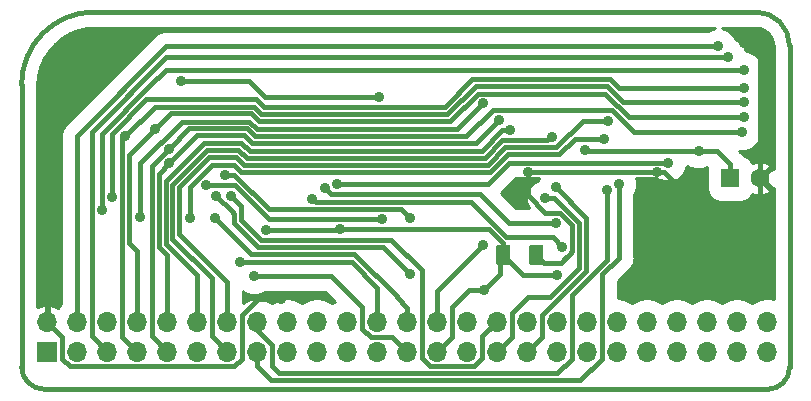
<source format=gbl>
G04 #@! TF.GenerationSoftware,KiCad,Pcbnew,5.0.2+dfsg1-1*
G04 #@! TF.CreationDate,2021-03-03T18:09:01+01:00*
G04 #@! TF.ProjectId,nova,6e6f7661-2e6b-4696-9361-645f70636258,2020*
G04 #@! TF.SameCoordinates,Original*
G04 #@! TF.FileFunction,Copper,L2,Bot*
G04 #@! TF.FilePolarity,Positive*
%FSLAX46Y46*%
G04 Gerber Fmt 4.6, Leading zero omitted, Abs format (unit mm)*
G04 Created by KiCad (PCBNEW 5.0.2+dfsg1-1) date mer. 03 mars 2021 18:09:01 CET*
%MOMM*%
%LPD*%
G01*
G04 APERTURE LIST*
G04 #@! TA.AperFunction,NonConductor*
%ADD10C,0.381000*%
G04 #@! TD*
G04 #@! TA.AperFunction,ComponentPad*
%ADD11R,1.700000X1.700000*%
G04 #@! TD*
G04 #@! TA.AperFunction,ComponentPad*
%ADD12O,1.700000X1.700000*%
G04 #@! TD*
G04 #@! TA.AperFunction,Conductor*
%ADD13C,0.150000*%
G04 #@! TD*
G04 #@! TA.AperFunction,SMDPad,CuDef*
%ADD14C,1.250000*%
G04 #@! TD*
G04 #@! TA.AperFunction,ComponentPad*
%ADD15R,1.600000X1.600000*%
G04 #@! TD*
G04 #@! TA.AperFunction,ComponentPad*
%ADD16C,1.600000*%
G04 #@! TD*
G04 #@! TA.AperFunction,ViaPad*
%ADD17C,0.889000*%
G04 #@! TD*
G04 #@! TA.AperFunction,Conductor*
%ADD18C,0.381000*%
G04 #@! TD*
G04 #@! TA.AperFunction,Conductor*
%ADD19C,0.254000*%
G04 #@! TD*
G04 APERTURE END LIST*
D10*
X112014000Y-68262500D02*
G75*
G02X110172500Y-70104000I-1841500J0D01*
G01*
X48895000Y-70104000D02*
G75*
G02X46990000Y-68199000I0J1905000D01*
G01*
X109156500Y-38163500D02*
G75*
G02X112014000Y-41021000I0J-2857500D01*
G01*
X46990000Y-44323000D02*
G75*
G02X53149500Y-38163500I6159500J0D01*
G01*
X110172500Y-70104000D02*
X48895000Y-70104000D01*
X112014000Y-41021000D02*
X112014000Y-68262500D01*
X53149500Y-38163500D02*
X109156500Y-38163500D01*
X46990000Y-68199000D02*
X46990000Y-44323000D01*
D11*
G04 #@! TO.P,J1,1*
G04 #@! TO.N,N/C*
X49149000Y-66929000D03*
D12*
G04 #@! TO.P,J1,2*
G04 #@! TO.N,GND*
X49149000Y-64389000D03*
G04 #@! TO.P,J1,3*
G04 #@! TO.N,/A15*
X51689000Y-66929000D03*
G04 #@! TO.P,J1,4*
G04 #@! TO.N,/A14*
X51689000Y-64389000D03*
G04 #@! TO.P,J1,5*
G04 #@! TO.N,/A13*
X54229000Y-66929000D03*
G04 #@! TO.P,J1,6*
G04 #@! TO.N,/A12*
X54229000Y-64389000D03*
G04 #@! TO.P,J1,7*
G04 #@! TO.N,/A11*
X56769000Y-66929000D03*
G04 #@! TO.P,J1,8*
G04 #@! TO.N,/A10*
X56769000Y-64389000D03*
G04 #@! TO.P,J1,9*
G04 #@! TO.N,/A9*
X59309000Y-66929000D03*
G04 #@! TO.P,J1,10*
G04 #@! TO.N,/A8*
X59309000Y-64389000D03*
G04 #@! TO.P,J1,11*
G04 #@! TO.N,/A7*
X61849000Y-66929000D03*
G04 #@! TO.P,J1,12*
G04 #@! TO.N,/A6*
X61849000Y-64389000D03*
G04 #@! TO.P,J1,13*
G04 #@! TO.N,/A5*
X64389000Y-66929000D03*
G04 #@! TO.P,J1,14*
G04 #@! TO.N,/A4*
X64389000Y-64389000D03*
G04 #@! TO.P,J1,15*
G04 #@! TO.N,/A3*
X66929000Y-66929000D03*
G04 #@! TO.P,J1,16*
G04 #@! TO.N,/A2*
X66929000Y-64389000D03*
G04 #@! TO.P,J1,17*
G04 #@! TO.N,/A1*
X69469000Y-66929000D03*
G04 #@! TO.P,J1,18*
G04 #@! TO.N,/A0*
X69469000Y-64389000D03*
G04 #@! TO.P,J1,19*
G04 #@! TO.N,/D7*
X72009000Y-66929000D03*
G04 #@! TO.P,J1,20*
G04 #@! TO.N,/D6*
X72009000Y-64389000D03*
G04 #@! TO.P,J1,21*
G04 #@! TO.N,/D5*
X74549000Y-66929000D03*
G04 #@! TO.P,J1,22*
G04 #@! TO.N,/D4*
X74549000Y-64389000D03*
G04 #@! TO.P,J1,23*
G04 #@! TO.N,/D3*
X77089000Y-66929000D03*
G04 #@! TO.P,J1,24*
G04 #@! TO.N,/D2*
X77089000Y-64389000D03*
G04 #@! TO.P,J1,25*
G04 #@! TO.N,/D1*
X79629000Y-66929000D03*
G04 #@! TO.P,J1,26*
G04 #@! TO.N,/D0*
X79629000Y-64389000D03*
G04 #@! TO.P,J1,27*
G04 #@! TO.N,VCC*
X82169000Y-66929000D03*
G04 #@! TO.P,J1,28*
G04 #@! TO.N,MREQ*
X82169000Y-64389000D03*
G04 #@! TO.P,J1,29*
G04 #@! TO.N,N/C*
X84709000Y-66929000D03*
G04 #@! TO.P,J1,30*
X84709000Y-64389000D03*
G04 #@! TO.P,J1,31*
G04 #@! TO.N,IORQ*
X87249000Y-66929000D03*
G04 #@! TO.P,J1,32*
G04 #@! TO.N,RD*
X87249000Y-64389000D03*
G04 #@! TO.P,J1,33*
G04 #@! TO.N,WR*
X89789000Y-66929000D03*
G04 #@! TO.P,J1,34*
G04 #@! TO.N,N/C*
X89789000Y-64389000D03*
G04 #@! TO.P,J1,35*
X92329000Y-66929000D03*
G04 #@! TO.P,J1,36*
X92329000Y-64389000D03*
G04 #@! TO.P,J1,37*
X94869000Y-66929000D03*
G04 #@! TO.P,J1,38*
X94869000Y-64389000D03*
G04 #@! TO.P,J1,39*
X97409000Y-66929000D03*
G04 #@! TO.P,J1,40*
X97409000Y-64389000D03*
G04 #@! TO.P,J1,41*
G04 #@! TO.N,/RESET*
X99949000Y-66929000D03*
G04 #@! TO.P,J1,42*
G04 #@! TO.N,N/C*
X99949000Y-64389000D03*
G04 #@! TO.P,J1,43*
G04 #@! TO.N,/ROMDIS*
X102489000Y-66929000D03*
G04 #@! TO.P,J1,44*
G04 #@! TO.N,N/C*
X102489000Y-64389000D03*
G04 #@! TO.P,J1,45*
G04 #@! TO.N,/RAMDIS*
X105029000Y-66929000D03*
G04 #@! TO.P,J1,46*
G04 #@! TO.N,N/C*
X105029000Y-64389000D03*
G04 #@! TO.P,J1,47*
X107569000Y-66929000D03*
G04 #@! TO.P,J1,48*
X107569000Y-64389000D03*
G04 #@! TO.P,J1,49*
G04 #@! TO.N,GND*
X110109000Y-66929000D03*
G04 #@! TO.P,J1,50*
G04 #@! TO.N,N/C*
X110109000Y-64389000D03*
G04 #@! TD*
D13*
G04 #@! TO.N,VCC*
G04 #@! TO.C,C4*
G36*
X88153504Y-57863704D02*
X88177773Y-57867304D01*
X88201571Y-57873265D01*
X88224671Y-57881530D01*
X88246849Y-57892020D01*
X88267893Y-57904633D01*
X88287598Y-57919247D01*
X88305777Y-57935723D01*
X88322253Y-57953902D01*
X88336867Y-57973607D01*
X88349480Y-57994651D01*
X88359970Y-58016829D01*
X88368235Y-58039929D01*
X88374196Y-58063727D01*
X88377796Y-58087996D01*
X88379000Y-58112500D01*
X88379000Y-59362500D01*
X88377796Y-59387004D01*
X88374196Y-59411273D01*
X88368235Y-59435071D01*
X88359970Y-59458171D01*
X88349480Y-59480349D01*
X88336867Y-59501393D01*
X88322253Y-59521098D01*
X88305777Y-59539277D01*
X88287598Y-59555753D01*
X88267893Y-59570367D01*
X88246849Y-59582980D01*
X88224671Y-59593470D01*
X88201571Y-59601735D01*
X88177773Y-59607696D01*
X88153504Y-59611296D01*
X88129000Y-59612500D01*
X87379000Y-59612500D01*
X87354496Y-59611296D01*
X87330227Y-59607696D01*
X87306429Y-59601735D01*
X87283329Y-59593470D01*
X87261151Y-59582980D01*
X87240107Y-59570367D01*
X87220402Y-59555753D01*
X87202223Y-59539277D01*
X87185747Y-59521098D01*
X87171133Y-59501393D01*
X87158520Y-59480349D01*
X87148030Y-59458171D01*
X87139765Y-59435071D01*
X87133804Y-59411273D01*
X87130204Y-59387004D01*
X87129000Y-59362500D01*
X87129000Y-58112500D01*
X87130204Y-58087996D01*
X87133804Y-58063727D01*
X87139765Y-58039929D01*
X87148030Y-58016829D01*
X87158520Y-57994651D01*
X87171133Y-57973607D01*
X87185747Y-57953902D01*
X87202223Y-57935723D01*
X87220402Y-57919247D01*
X87240107Y-57904633D01*
X87261151Y-57892020D01*
X87283329Y-57881530D01*
X87306429Y-57873265D01*
X87330227Y-57867304D01*
X87354496Y-57863704D01*
X87379000Y-57862500D01*
X88129000Y-57862500D01*
X88153504Y-57863704D01*
X88153504Y-57863704D01*
G37*
D14*
G04 #@! TD*
G04 #@! TO.P,C4,1*
G04 #@! TO.N,VCC*
X87754000Y-58737500D03*
D13*
G04 #@! TO.N,GND*
G04 #@! TO.C,C4*
G36*
X90953504Y-57863704D02*
X90977773Y-57867304D01*
X91001571Y-57873265D01*
X91024671Y-57881530D01*
X91046849Y-57892020D01*
X91067893Y-57904633D01*
X91087598Y-57919247D01*
X91105777Y-57935723D01*
X91122253Y-57953902D01*
X91136867Y-57973607D01*
X91149480Y-57994651D01*
X91159970Y-58016829D01*
X91168235Y-58039929D01*
X91174196Y-58063727D01*
X91177796Y-58087996D01*
X91179000Y-58112500D01*
X91179000Y-59362500D01*
X91177796Y-59387004D01*
X91174196Y-59411273D01*
X91168235Y-59435071D01*
X91159970Y-59458171D01*
X91149480Y-59480349D01*
X91136867Y-59501393D01*
X91122253Y-59521098D01*
X91105777Y-59539277D01*
X91087598Y-59555753D01*
X91067893Y-59570367D01*
X91046849Y-59582980D01*
X91024671Y-59593470D01*
X91001571Y-59601735D01*
X90977773Y-59607696D01*
X90953504Y-59611296D01*
X90929000Y-59612500D01*
X90179000Y-59612500D01*
X90154496Y-59611296D01*
X90130227Y-59607696D01*
X90106429Y-59601735D01*
X90083329Y-59593470D01*
X90061151Y-59582980D01*
X90040107Y-59570367D01*
X90020402Y-59555753D01*
X90002223Y-59539277D01*
X89985747Y-59521098D01*
X89971133Y-59501393D01*
X89958520Y-59480349D01*
X89948030Y-59458171D01*
X89939765Y-59435071D01*
X89933804Y-59411273D01*
X89930204Y-59387004D01*
X89929000Y-59362500D01*
X89929000Y-58112500D01*
X89930204Y-58087996D01*
X89933804Y-58063727D01*
X89939765Y-58039929D01*
X89948030Y-58016829D01*
X89958520Y-57994651D01*
X89971133Y-57973607D01*
X89985747Y-57953902D01*
X90002223Y-57935723D01*
X90020402Y-57919247D01*
X90040107Y-57904633D01*
X90061151Y-57892020D01*
X90083329Y-57881530D01*
X90106429Y-57873265D01*
X90130227Y-57867304D01*
X90154496Y-57863704D01*
X90179000Y-57862500D01*
X90929000Y-57862500D01*
X90953504Y-57863704D01*
X90953504Y-57863704D01*
G37*
D14*
G04 #@! TD*
G04 #@! TO.P,C4,2*
G04 #@! TO.N,GND*
X90554000Y-58737500D03*
D15*
G04 #@! TO.P,C5,1*
G04 #@! TO.N,VCC*
X106997500Y-52260500D03*
D16*
G04 #@! TO.P,C5,2*
G04 #@! TO.N,GND*
X109497500Y-52260500D03*
G04 #@! TD*
D17*
G04 #@! TO.N,/A0*
X61214000Y-55626000D03*
X96329500Y-48895000D03*
G04 #@! TO.N,/A1*
X86042500Y-45910500D03*
X57023000Y-55499000D03*
G04 #@! TO.N,/A10*
X108140500Y-47053500D03*
X58293000Y-48069500D03*
G04 #@! TO.N,/A11*
X108140500Y-45783500D03*
X55753000Y-48704500D03*
G04 #@! TO.N,/A12*
X108140500Y-44577000D03*
X54610000Y-53848000D03*
G04 #@! TO.N,/A13*
X106819700Y-41973500D03*
G04 #@! TO.N,/A2*
X96520000Y-53213000D03*
G04 #@! TO.N,/A3*
X97536000Y-52768500D03*
G04 #@! TO.N,/A4*
X96647000Y-47371000D03*
G04 #@! TO.N,/A5*
X91884500Y-48768000D03*
G04 #@! TO.N,/A6*
X88328500Y-48196500D03*
G04 #@! TO.N,/A7*
X53784500Y-54927500D03*
X108140500Y-43053000D03*
G04 #@! TO.N,/A8*
X59499500Y-50990500D03*
X87439500Y-47307500D03*
G04 #@! TO.N,/A9*
X108013500Y-48323500D03*
X59436000Y-49784000D03*
G04 #@! TO.N,/D0*
X63373000Y-55626000D03*
G04 #@! TO.N,/D1*
X66675000Y-60515500D03*
G04 #@! TO.N,/D2*
X65468500Y-59372500D03*
G04 #@! TO.N,GND*
X108140500Y-40830500D03*
X54546500Y-43243500D03*
X100774500Y-51752500D03*
X68961000Y-62484000D03*
X89852500Y-51752500D03*
G04 #@! TO.N,IORQ*
X91313000Y-53911500D03*
G04 #@! TO.N,MREQ*
X86042500Y-57912000D03*
G04 #@! TO.N,VCC*
X86169500Y-61722000D03*
X92329000Y-60452000D03*
X73914000Y-56578500D03*
X67691000Y-56642000D03*
X104330500Y-49911000D03*
X94678500Y-49847500D03*
G04 #@! TO.N,WR*
X63436500Y-53721000D03*
X92202000Y-53022500D03*
X79883000Y-60388500D03*
G04 #@! TO.N,/A14*
X105981500Y-41084500D03*
G04 #@! TO.N,RD*
X64706500Y-53721000D03*
G04 #@! TO.N,/SEL1*
X60452000Y-44005500D03*
X77216000Y-45339000D03*
G04 #@! TO.N,/MAP3*
X73723500Y-52705000D03*
X101727000Y-50927000D03*
G04 #@! TO.N,/MAP2*
X72644000Y-53086000D03*
X92202000Y-56070500D03*
G04 #@! TO.N,/MAP1*
X92773500Y-58039000D03*
X71564500Y-53975000D03*
G04 #@! TO.N,/SEL0*
X77470000Y-55689500D03*
X62611000Y-52832000D03*
G04 #@! TO.N,/RAMSEL*
X79883000Y-55626000D03*
X64198500Y-51943000D03*
G04 #@! TD*
D18*
G04 #@! TO.N,/A0*
X69469000Y-64389000D02*
X69469000Y-63978538D01*
X61214000Y-52988462D02*
X61214000Y-55626000D01*
X65608906Y-51730476D02*
X64983229Y-51104799D01*
X64983229Y-51104799D02*
X63097663Y-51104799D01*
X86644496Y-51730476D02*
X65608906Y-51730476D01*
X88159141Y-50215831D02*
X86644496Y-51730476D01*
X92503404Y-50215831D02*
X88159141Y-50215831D01*
X63097663Y-51104799D02*
X61214000Y-52988462D01*
X93824235Y-48895000D02*
X92503404Y-50215831D01*
X96329500Y-48895000D02*
X93824235Y-48895000D01*
G04 #@! TO.N,/A1*
X66905106Y-48069500D02*
X66282816Y-47447210D01*
X66282816Y-47447210D02*
X60532252Y-47447210D01*
X57023000Y-50956462D02*
X57023000Y-55499000D01*
X60532252Y-47447210D02*
X57023000Y-50956462D01*
X86042500Y-45910500D02*
X83883500Y-48069500D01*
X83883500Y-48069500D02*
X66905106Y-48069500D01*
G04 #@! TO.N,/A10*
X56109509Y-50252991D02*
X58293000Y-48069500D01*
X56109509Y-57760509D02*
X56109509Y-50252991D01*
X56769000Y-64389000D02*
X56769000Y-58420000D01*
X56769000Y-58420000D02*
X56109509Y-57760509D01*
X67096302Y-47434500D02*
X66423213Y-46761411D01*
X96415033Y-45072299D02*
X85598000Y-45072299D01*
X66423213Y-46761411D02*
X59601089Y-46761411D01*
X59601089Y-46761411D02*
X58293000Y-48069500D01*
X85598000Y-45072299D02*
X83235799Y-47434500D01*
X98396234Y-47053500D02*
X96415033Y-45072299D01*
X108140500Y-47053500D02*
X98396234Y-47053500D01*
X83235799Y-47434500D02*
X67096302Y-47434500D01*
G04 #@! TO.N,/A11*
X56769000Y-66929000D02*
X55525299Y-65685299D01*
X55525299Y-53911500D02*
X55525299Y-53620299D01*
X55525299Y-53078261D02*
X55525299Y-54102000D01*
X55525299Y-54102000D02*
X55525299Y-53911500D01*
X55525299Y-56070500D02*
X55525299Y-54102000D01*
X55525299Y-65685299D02*
X55525299Y-56070500D01*
X55525299Y-56070500D02*
X55525299Y-49911000D01*
X55525299Y-49911000D02*
X55525299Y-49560818D01*
X55525299Y-48932201D02*
X55753000Y-48704500D01*
X55525299Y-49911000D02*
X55525299Y-48932201D01*
X66665199Y-46177201D02*
X58280299Y-46177201D01*
X96590164Y-44421234D02*
X85422869Y-44421234D01*
X83044603Y-46799500D02*
X67287498Y-46799500D01*
X67287498Y-46799500D02*
X66665199Y-46177201D01*
X97952430Y-45783500D02*
X96590164Y-44421234D01*
X58280299Y-46177201D02*
X55753000Y-48704500D01*
X85422869Y-44421234D02*
X83044603Y-46799500D01*
X108140500Y-45783500D02*
X97952430Y-45783500D01*
G04 #@! TO.N,/A12*
X77152500Y-46177201D02*
X75872565Y-46177201D01*
X76813663Y-46177201D02*
X77152500Y-46177201D01*
X76136500Y-46177201D02*
X75872565Y-46177201D01*
X97577476Y-44577000D02*
X108140500Y-44577000D01*
X96837500Y-43837024D02*
X97577476Y-44577000D01*
X85153500Y-43837024D02*
X96837500Y-43837024D01*
X54610000Y-48479962D02*
X54610000Y-53848000D01*
X57560462Y-45529500D02*
X54610000Y-48479962D01*
X66843694Y-45529500D02*
X57560462Y-45529500D01*
X67491395Y-46177201D02*
X66843694Y-45529500D01*
X82813323Y-46177201D02*
X85153500Y-43837024D01*
X76136500Y-46177201D02*
X82813323Y-46177201D01*
X76136500Y-46177201D02*
X67491395Y-46177201D01*
G04 #@! TO.N,/A13*
X52932701Y-65632701D02*
X54229000Y-66929000D01*
X52932701Y-48286299D02*
X52932701Y-65632701D01*
X106819700Y-41973500D02*
X59245500Y-41973500D01*
X59245500Y-41973500D02*
X52932701Y-48286299D01*
G04 #@! TO.N,/A2*
X93572701Y-62101230D02*
X96520000Y-59153931D01*
X93572701Y-67525977D02*
X93572701Y-62101230D01*
X96520000Y-56578500D02*
X96520000Y-53213000D01*
X68820411Y-68756911D02*
X92341767Y-68756911D01*
X68225299Y-68161799D02*
X68820411Y-68756911D01*
X68225299Y-66357500D02*
X68225299Y-68161799D01*
X96520000Y-59153931D02*
X96520000Y-56578500D01*
X92341767Y-68756911D02*
X93572701Y-67525977D01*
X66929000Y-65061201D02*
X68225299Y-66357500D01*
X66929000Y-64389000D02*
X66929000Y-65061201D01*
G04 #@! TO.N,/A3*
X97536000Y-56324500D02*
X97536000Y-52768500D01*
X97536000Y-58964127D02*
X97536000Y-56324500D01*
X96112701Y-60387426D02*
X97536000Y-58964127D01*
X96112701Y-67525977D02*
X96112701Y-60387426D01*
X94297557Y-69341121D02*
X96112701Y-67525977D01*
X68139040Y-69341121D02*
X94297557Y-69341121D01*
X66929000Y-68131081D02*
X68139040Y-69341121D01*
X66929000Y-66929000D02*
X66929000Y-68131081D01*
G04 #@! TO.N,/A4*
X60349541Y-56954579D02*
X64389000Y-60994038D01*
X64389000Y-60994038D02*
X64389000Y-64389000D01*
X62893766Y-50482500D02*
X60349541Y-53026724D01*
X65187126Y-50482500D02*
X62893766Y-50482500D01*
X94522038Y-47371000D02*
X92261417Y-49631621D01*
X60349541Y-53026724D02*
X60349541Y-56954579D01*
X87917154Y-49631621D02*
X86441982Y-51106794D01*
X92261417Y-49631621D02*
X87917154Y-49631621D01*
X96647000Y-47371000D02*
X94522038Y-47371000D01*
X86441982Y-51106794D02*
X65811420Y-51106794D01*
X65811420Y-51106794D02*
X65187126Y-50482500D01*
G04 #@! TO.N,/A5*
X63092701Y-60679701D02*
X63092701Y-65632701D01*
X65352952Y-49822130D02*
X62727939Y-49822130D01*
X66053406Y-50522584D02*
X65352952Y-49822130D01*
X86199995Y-50522584D02*
X66053406Y-50522584D01*
X62727939Y-49822130D02*
X59765331Y-52784738D01*
X87675168Y-49047411D02*
X86199995Y-50522584D01*
X63092701Y-65632701D02*
X64389000Y-66929000D01*
X59765331Y-52784738D02*
X59765331Y-57352331D01*
X91478089Y-49047411D02*
X87675168Y-49047411D01*
X59765331Y-57352331D02*
X63092701Y-60679701D01*
X91884500Y-48768000D02*
X91478089Y-49047411D01*
G04 #@! TO.N,/A6*
X61849000Y-60439299D02*
X61849000Y-64389000D01*
X59181121Y-57771420D02*
X61849000Y-60439299D01*
X59181121Y-52515379D02*
X59181121Y-57771420D01*
X62458580Y-49237920D02*
X59181121Y-52515379D01*
X65594938Y-49237920D02*
X62458580Y-49237920D01*
X66295392Y-49938374D02*
X65594938Y-49237920D01*
X85958009Y-49938374D02*
X66295392Y-49938374D01*
X87699883Y-48196500D02*
X85958009Y-49938374D01*
X88328500Y-48196500D02*
X87699883Y-48196500D01*
G04 #@! TO.N,/A7*
X53771799Y-54914799D02*
X53784500Y-54927500D01*
X57785000Y-44450000D02*
X53771799Y-48463201D01*
X53771799Y-48463201D02*
X53771799Y-54914799D01*
X59182000Y-43053000D02*
X57785000Y-44450000D01*
X108140500Y-43053000D02*
X59182000Y-43053000D01*
G04 #@! TO.N,/A8*
X59309000Y-64389000D02*
X59309000Y-64262125D01*
X59309000Y-64389000D02*
X59309000Y-63186919D01*
X59499500Y-50990500D02*
X58596911Y-51893089D01*
X59309000Y-58751089D02*
X58596911Y-58039000D01*
X59309000Y-64389000D02*
X59309000Y-58751089D01*
X58596911Y-51893089D02*
X58596911Y-58039000D01*
X61874370Y-48615630D02*
X59499500Y-50990500D01*
X65798844Y-48615630D02*
X61874370Y-48615630D01*
X66471924Y-49288710D02*
X65798844Y-48615630D01*
X85458290Y-49288710D02*
X66471924Y-49288710D01*
X87439500Y-47307500D02*
X85458290Y-49288710D01*
G04 #@! TO.N,/A9*
X59309000Y-66929000D02*
X58012701Y-65632701D01*
X58012701Y-65632701D02*
X58039000Y-65606402D01*
X58012701Y-51207299D02*
X59436000Y-49784000D01*
X58012701Y-65632701D02*
X58012701Y-51207299D01*
X66040830Y-48031420D02*
X61188580Y-48031420D01*
X61188580Y-48031420D02*
X59436000Y-49784000D01*
X66713910Y-48704500D02*
X66040830Y-48031420D01*
X86868000Y-46469299D02*
X84632799Y-48704500D01*
X98840038Y-48323500D02*
X96985837Y-46469299D01*
X96985837Y-46469299D02*
X86868000Y-46469299D01*
X108013500Y-48323500D02*
X98840038Y-48323500D01*
X84632799Y-48704500D02*
X66713910Y-48704500D01*
G04 #@! TO.N,/D0*
X79629000Y-64389000D02*
X79629000Y-63186919D01*
X78740000Y-62230000D02*
X75158621Y-58648621D01*
X78740000Y-62297919D02*
X78740000Y-62230000D01*
X79629000Y-63186919D02*
X78740000Y-62297919D01*
X66395621Y-58648621D02*
X63373000Y-55626000D01*
X75158621Y-58648621D02*
X66395621Y-58648621D01*
G04 #@! TO.N,/D1*
X78385299Y-65685299D02*
X79629000Y-66929000D01*
X66675000Y-60515500D02*
X73215500Y-60515500D01*
X73215500Y-60515500D02*
X75845299Y-63145299D01*
X75845299Y-63145299D02*
X75845299Y-64985977D01*
X75845299Y-64985977D02*
X76544621Y-65685299D01*
X76544621Y-65685299D02*
X78385299Y-65685299D01*
G04 #@! TO.N,/D2*
X77089000Y-64389000D02*
X77089000Y-63186919D01*
X77089000Y-61518831D02*
X77089000Y-64389000D01*
X74942669Y-59372500D02*
X77089000Y-61518831D01*
X65468500Y-59372500D02*
X74942669Y-59372500D01*
G04 #@! TO.N,GND*
X109474000Y-41535383D02*
X109474000Y-52208630D01*
X108769117Y-40830500D02*
X109474000Y-41535383D01*
X108140500Y-40830500D02*
X108769117Y-40830500D01*
X91249710Y-59433210D02*
X92619828Y-59433210D01*
X90554000Y-58737500D02*
X91249710Y-59433210D01*
X92619828Y-59433210D02*
X93408500Y-58644538D01*
X93408500Y-58644538D02*
X92934538Y-59118500D01*
X49149000Y-48641000D02*
X54546500Y-43243500D01*
X49149000Y-64389000D02*
X49149000Y-48641000D01*
X50445299Y-65685299D02*
X49149000Y-64389000D01*
X50445299Y-67525977D02*
X50445299Y-65685299D01*
X66993322Y-62484000D02*
X65632701Y-63844621D01*
X65632701Y-63844621D02*
X65632701Y-67525977D01*
X64985977Y-68172701D02*
X51092023Y-68172701D01*
X68961000Y-62484000D02*
X66993322Y-62484000D01*
X65632701Y-67525977D02*
X64985977Y-68172701D01*
X51092023Y-68172701D02*
X50445299Y-67525977D01*
X91370117Y-51752500D02*
X100774500Y-51752500D01*
X89852500Y-51752500D02*
X91370117Y-51752500D01*
X89852500Y-52381117D02*
X89852500Y-51752500D01*
X93408500Y-58644538D02*
X93611701Y-58441337D01*
X93611701Y-58441337D02*
X93611701Y-56239663D01*
X93611701Y-56239663D02*
X92553538Y-55181500D01*
X89852500Y-53691538D02*
X89852500Y-52381117D01*
X92553538Y-55181500D02*
X91342462Y-55181500D01*
X91342462Y-55181500D02*
X89852500Y-53691538D01*
X101403117Y-51752500D02*
X100774500Y-51752500D01*
X104070117Y-54419500D02*
X101403117Y-51752500D01*
X108648500Y-54419500D02*
X104070117Y-54419500D01*
X109497500Y-52260500D02*
X109497500Y-53570500D01*
X109497500Y-53570500D02*
X108648500Y-54419500D01*
G04 #@! TO.N,IORQ*
X87249000Y-66929000D02*
X88492701Y-65685299D01*
X94195911Y-55997676D02*
X92109735Y-53911500D01*
X91728038Y-62293500D02*
X94195911Y-59825627D01*
X88492701Y-63653299D02*
X89852500Y-62293500D01*
X91941617Y-53911500D02*
X91313000Y-53911500D01*
X92109735Y-53911500D02*
X91941617Y-53911500D01*
X88492701Y-65685299D02*
X88492701Y-63653299D01*
X89852500Y-62293500D02*
X91728038Y-62293500D01*
X94195911Y-59825627D02*
X94195911Y-55997676D01*
G04 #@! TO.N,MREQ*
X82169000Y-61785500D02*
X86042500Y-57912000D01*
X82169000Y-64389000D02*
X82169000Y-61785500D01*
G04 #@! TO.N,VCC*
X87503000Y-60388500D02*
X87503000Y-58679115D01*
X86169500Y-61722000D02*
X87503000Y-60388500D01*
X89468500Y-60452000D02*
X87754000Y-58737500D01*
X92329000Y-60452000D02*
X89468500Y-60452000D01*
X83412701Y-63145299D02*
X84836000Y-61722000D01*
X84836000Y-61722000D02*
X86169500Y-61722000D01*
X82169000Y-66929000D02*
X83412701Y-65685299D01*
X83412701Y-65685299D02*
X83412701Y-63145299D01*
X73914000Y-56578500D02*
X86570000Y-56578500D01*
X87754000Y-57762500D02*
X87754000Y-58737500D01*
X86570000Y-56578500D02*
X87754000Y-57762500D01*
X73850500Y-56642000D02*
X73914000Y-56578500D01*
X67691000Y-56642000D02*
X73850500Y-56642000D01*
X104959117Y-49911000D02*
X104330500Y-49911000D01*
X105829000Y-49911000D02*
X104959117Y-49911000D01*
X106997500Y-51079500D02*
X105829000Y-49911000D01*
X106997500Y-52260500D02*
X106997500Y-51079500D01*
X94742000Y-49911000D02*
X94678500Y-49847500D01*
X104330500Y-49911000D02*
X94742000Y-49911000D01*
G04 #@! TO.N,WR*
X94780121Y-55600621D02*
X92202000Y-53022500D01*
X94780121Y-60067614D02*
X94780121Y-55600621D01*
X91032701Y-63815034D02*
X94780121Y-60067614D01*
X91032701Y-65685299D02*
X91032701Y-63815034D01*
X89789000Y-66929000D02*
X91032701Y-65685299D01*
X64770000Y-55054500D02*
X63436500Y-53721000D01*
X64973201Y-55257701D02*
X64770000Y-55054500D01*
X64973201Y-56028337D02*
X64973201Y-55257701D01*
X67009275Y-58064411D02*
X64973201Y-56028337D01*
X79883000Y-60388500D02*
X77558911Y-58064411D01*
X77558911Y-58064411D02*
X67009275Y-58064411D01*
G04 #@! TO.N,/A14*
X59245500Y-41084500D02*
X51689000Y-48641000D01*
X51689000Y-48641000D02*
X51689000Y-64389000D01*
X105981500Y-41084500D02*
X59245500Y-41084500D01*
G04 #@! TO.N,RD*
X85305977Y-68172701D02*
X86005299Y-67473379D01*
X81572023Y-68172701D02*
X85305977Y-68172701D01*
X80872701Y-67473379D02*
X81572023Y-68172701D01*
X64706500Y-53721000D02*
X65557411Y-54571911D01*
X65557411Y-54571911D02*
X65557411Y-55786351D01*
X86005299Y-67473379D02*
X86005299Y-65632701D01*
X78308201Y-57480201D02*
X80872701Y-60044701D01*
X65557411Y-55786351D02*
X67251261Y-57480201D01*
X67251261Y-57480201D02*
X78308201Y-57480201D01*
X86005299Y-65632701D02*
X87249000Y-64389000D01*
X80872701Y-60044701D02*
X80872701Y-67473379D01*
G04 #@! TO.N,/SEL1*
X65532000Y-44005500D02*
X60452000Y-44005500D01*
X66230500Y-44005500D02*
X65532000Y-44005500D01*
X67564000Y-45339000D02*
X66230500Y-44005500D01*
X77216000Y-45339000D02*
X67564000Y-45339000D01*
G04 #@! TO.N,/MAP3*
X82232500Y-52705000D02*
X73723500Y-52705000D01*
X88286869Y-50914299D02*
X86496168Y-52705000D01*
X101714299Y-50914299D02*
X88286869Y-50914299D01*
X86496168Y-52705000D02*
X82232500Y-52705000D01*
X101727000Y-50927000D02*
X101714299Y-50914299D01*
G04 #@! TO.N,/MAP2*
X73152000Y-53594000D02*
X72644000Y-53086000D01*
X85788500Y-53594000D02*
X73152000Y-53594000D01*
X88265000Y-56070500D02*
X85788500Y-53594000D01*
X92202000Y-56070500D02*
X88265000Y-56070500D01*
G04 #@! TO.N,/MAP1*
X71691500Y-53975000D02*
X71564500Y-53975000D01*
X71945500Y-54229000D02*
X71691500Y-53975000D01*
X88031197Y-57213500D02*
X85046697Y-54229000D01*
X85046697Y-54229000D02*
X71945500Y-54229000D01*
X91948000Y-57213500D02*
X88031197Y-57213500D01*
X92773500Y-58039000D02*
X91948000Y-57213500D01*
G04 #@! TO.N,/SEL0*
X65058038Y-52832000D02*
X64643000Y-52832000D01*
X67915538Y-55689500D02*
X65058038Y-52832000D01*
X77470000Y-55689500D02*
X67915538Y-55689500D01*
X62611000Y-52832000D02*
X64643000Y-52832000D01*
G04 #@! TO.N,/RAMSEL*
X64827117Y-51943000D02*
X64198500Y-51943000D01*
X67903533Y-54851299D02*
X64995234Y-51943000D01*
X64995234Y-51943000D02*
X64827117Y-51943000D01*
X79108299Y-54851299D02*
X67903533Y-54851299D01*
X79883000Y-55626000D02*
X79108299Y-54851299D01*
G04 #@! TD*
D19*
G04 #@! TO.N,GND*
G36*
X105082253Y-39738682D02*
X105069935Y-39751000D01*
X59376831Y-39751000D01*
X59245500Y-39724877D01*
X59114169Y-39751000D01*
X59114165Y-39751000D01*
X58725194Y-39828371D01*
X58284101Y-40123101D01*
X58209705Y-40234442D01*
X50838940Y-47605207D01*
X50727601Y-47679602D01*
X50653207Y-47790940D01*
X50653206Y-47790941D01*
X50453853Y-48089294D01*
X50432871Y-48120695D01*
X50355500Y-48509666D01*
X50355500Y-48509669D01*
X50329377Y-48641000D01*
X50355500Y-48772331D01*
X50355501Y-62883055D01*
X50252127Y-62952127D01*
X50056266Y-63245254D01*
X49915924Y-63117355D01*
X49505890Y-62947524D01*
X49276000Y-63068845D01*
X49276000Y-64262000D01*
X49296000Y-64262000D01*
X49296000Y-64516000D01*
X49276000Y-64516000D01*
X49276000Y-64536000D01*
X49022000Y-64536000D01*
X49022000Y-64516000D01*
X49002000Y-64516000D01*
X49002000Y-64262000D01*
X49022000Y-64262000D01*
X49022000Y-63068845D01*
X48792110Y-62947524D01*
X48382076Y-63117355D01*
X48323500Y-63170737D01*
X48323500Y-44376563D01*
X48389834Y-43552102D01*
X48574313Y-42801039D01*
X48876500Y-42089131D01*
X49288622Y-41434691D01*
X49800072Y-40854566D01*
X50397694Y-40363673D01*
X51066117Y-39974642D01*
X51788137Y-39697485D01*
X52556635Y-39536936D01*
X53191411Y-39497000D01*
X105665727Y-39497000D01*
X105082253Y-39738682D01*
X105082253Y-39738682D01*
G37*
X105082253Y-39738682D02*
X105069935Y-39751000D01*
X59376831Y-39751000D01*
X59245500Y-39724877D01*
X59114169Y-39751000D01*
X59114165Y-39751000D01*
X58725194Y-39828371D01*
X58284101Y-40123101D01*
X58209705Y-40234442D01*
X50838940Y-47605207D01*
X50727601Y-47679602D01*
X50653207Y-47790940D01*
X50653206Y-47790941D01*
X50453853Y-48089294D01*
X50432871Y-48120695D01*
X50355500Y-48509666D01*
X50355500Y-48509669D01*
X50329377Y-48641000D01*
X50355500Y-48772331D01*
X50355501Y-62883055D01*
X50252127Y-62952127D01*
X50056266Y-63245254D01*
X49915924Y-63117355D01*
X49505890Y-62947524D01*
X49276000Y-63068845D01*
X49276000Y-64262000D01*
X49296000Y-64262000D01*
X49296000Y-64516000D01*
X49276000Y-64516000D01*
X49276000Y-64536000D01*
X49022000Y-64536000D01*
X49022000Y-64516000D01*
X49002000Y-64516000D01*
X49002000Y-64262000D01*
X49022000Y-64262000D01*
X49022000Y-63068845D01*
X48792110Y-62947524D01*
X48382076Y-63117355D01*
X48323500Y-63170737D01*
X48323500Y-44376563D01*
X48389834Y-43552102D01*
X48574313Y-42801039D01*
X48876500Y-42089131D01*
X49288622Y-41434691D01*
X49800072Y-40854566D01*
X50397694Y-40363673D01*
X51066117Y-39974642D01*
X51788137Y-39697485D01*
X52556635Y-39536936D01*
X53191411Y-39497000D01*
X105665727Y-39497000D01*
X105082253Y-39738682D01*
G36*
X109505015Y-39546665D02*
X109834839Y-39666385D01*
X110128277Y-39858771D01*
X110369582Y-40113499D01*
X110545817Y-40416910D01*
X110652816Y-40770191D01*
X110680500Y-41080390D01*
X110680500Y-51485150D01*
X110505245Y-51432361D01*
X109677105Y-52260500D01*
X110505245Y-53088639D01*
X110680500Y-53035850D01*
X110680501Y-62470633D01*
X110305293Y-62396000D01*
X109912707Y-62396000D01*
X109331370Y-62511635D01*
X108839000Y-62840626D01*
X108346630Y-62511635D01*
X107765293Y-62396000D01*
X107372707Y-62396000D01*
X106791370Y-62511635D01*
X106299000Y-62840626D01*
X105806630Y-62511635D01*
X105225293Y-62396000D01*
X104832707Y-62396000D01*
X104251370Y-62511635D01*
X103759000Y-62840626D01*
X103266630Y-62511635D01*
X102685293Y-62396000D01*
X102292707Y-62396000D01*
X101711370Y-62511635D01*
X101219000Y-62840626D01*
X100726630Y-62511635D01*
X100145293Y-62396000D01*
X99752707Y-62396000D01*
X99171370Y-62511635D01*
X98679000Y-62840626D01*
X98186630Y-62511635D01*
X97605293Y-62396000D01*
X97446201Y-62396000D01*
X97446201Y-60939779D01*
X98386060Y-59999920D01*
X98497398Y-59925526D01*
X98639747Y-59712488D01*
X98792129Y-59484433D01*
X98809197Y-59398624D01*
X98869500Y-59095462D01*
X98869500Y-59095458D01*
X98895623Y-58964127D01*
X98869500Y-58832796D01*
X98869500Y-53680065D01*
X98881818Y-53667747D01*
X99123500Y-53084273D01*
X99123500Y-52452727D01*
X99038616Y-52247799D01*
X100802734Y-52247799D01*
X100827753Y-52272818D01*
X101411227Y-52514500D01*
X102042773Y-52514500D01*
X102626247Y-52272818D01*
X103072818Y-51826247D01*
X103313785Y-51244500D01*
X103418935Y-51244500D01*
X103431253Y-51256818D01*
X104014727Y-51498500D01*
X104646273Y-51498500D01*
X105058515Y-51327745D01*
X105032108Y-51460500D01*
X105032108Y-53060500D01*
X105120818Y-53506476D01*
X105373443Y-53884557D01*
X105751524Y-54137182D01*
X106197500Y-54225892D01*
X107797500Y-54225892D01*
X108243476Y-54137182D01*
X108621557Y-53884557D01*
X108844623Y-53550714D01*
X109280723Y-53707465D01*
X109850954Y-53680278D01*
X110251505Y-53514364D01*
X110325639Y-53268245D01*
X109497500Y-52440105D01*
X109483358Y-52454248D01*
X109303753Y-52274643D01*
X109317895Y-52260500D01*
X109303753Y-52246358D01*
X109483358Y-52066752D01*
X109497500Y-52080895D01*
X110325639Y-51252755D01*
X110251505Y-51006636D01*
X109714277Y-50813535D01*
X109144046Y-50840722D01*
X108841725Y-50965948D01*
X108621557Y-50636443D01*
X108243476Y-50383818D01*
X108120041Y-50359265D01*
X108033295Y-50229441D01*
X108033293Y-50229439D01*
X107958899Y-50118101D01*
X107847561Y-50043707D01*
X107714854Y-49911000D01*
X108329273Y-49911000D01*
X108912747Y-49669318D01*
X109359318Y-49222747D01*
X109601000Y-48639273D01*
X109601000Y-48007727D01*
X109532272Y-47841803D01*
X109728000Y-47369273D01*
X109728000Y-46737727D01*
X109595772Y-46418500D01*
X109728000Y-46099273D01*
X109728000Y-45467727D01*
X109608924Y-45180250D01*
X109728000Y-44892773D01*
X109728000Y-44261227D01*
X109543167Y-43815000D01*
X109728000Y-43368773D01*
X109728000Y-42737227D01*
X109486318Y-42153753D01*
X109039747Y-41707182D01*
X108456273Y-41465500D01*
X108327577Y-41465500D01*
X108165518Y-41074253D01*
X107718947Y-40627682D01*
X107467423Y-40523498D01*
X107327318Y-40185253D01*
X106880747Y-39738682D01*
X106297273Y-39497000D01*
X109079031Y-39497000D01*
X109505015Y-39546665D01*
X109505015Y-39546665D01*
G37*
X109505015Y-39546665D02*
X109834839Y-39666385D01*
X110128277Y-39858771D01*
X110369582Y-40113499D01*
X110545817Y-40416910D01*
X110652816Y-40770191D01*
X110680500Y-41080390D01*
X110680500Y-51485150D01*
X110505245Y-51432361D01*
X109677105Y-52260500D01*
X110505245Y-53088639D01*
X110680500Y-53035850D01*
X110680501Y-62470633D01*
X110305293Y-62396000D01*
X109912707Y-62396000D01*
X109331370Y-62511635D01*
X108839000Y-62840626D01*
X108346630Y-62511635D01*
X107765293Y-62396000D01*
X107372707Y-62396000D01*
X106791370Y-62511635D01*
X106299000Y-62840626D01*
X105806630Y-62511635D01*
X105225293Y-62396000D01*
X104832707Y-62396000D01*
X104251370Y-62511635D01*
X103759000Y-62840626D01*
X103266630Y-62511635D01*
X102685293Y-62396000D01*
X102292707Y-62396000D01*
X101711370Y-62511635D01*
X101219000Y-62840626D01*
X100726630Y-62511635D01*
X100145293Y-62396000D01*
X99752707Y-62396000D01*
X99171370Y-62511635D01*
X98679000Y-62840626D01*
X98186630Y-62511635D01*
X97605293Y-62396000D01*
X97446201Y-62396000D01*
X97446201Y-60939779D01*
X98386060Y-59999920D01*
X98497398Y-59925526D01*
X98639747Y-59712488D01*
X98792129Y-59484433D01*
X98809197Y-59398624D01*
X98869500Y-59095462D01*
X98869500Y-59095458D01*
X98895623Y-58964127D01*
X98869500Y-58832796D01*
X98869500Y-53680065D01*
X98881818Y-53667747D01*
X99123500Y-53084273D01*
X99123500Y-52452727D01*
X99038616Y-52247799D01*
X100802734Y-52247799D01*
X100827753Y-52272818D01*
X101411227Y-52514500D01*
X102042773Y-52514500D01*
X102626247Y-52272818D01*
X103072818Y-51826247D01*
X103313785Y-51244500D01*
X103418935Y-51244500D01*
X103431253Y-51256818D01*
X104014727Y-51498500D01*
X104646273Y-51498500D01*
X105058515Y-51327745D01*
X105032108Y-51460500D01*
X105032108Y-53060500D01*
X105120818Y-53506476D01*
X105373443Y-53884557D01*
X105751524Y-54137182D01*
X106197500Y-54225892D01*
X107797500Y-54225892D01*
X108243476Y-54137182D01*
X108621557Y-53884557D01*
X108844623Y-53550714D01*
X109280723Y-53707465D01*
X109850954Y-53680278D01*
X110251505Y-53514364D01*
X110325639Y-53268245D01*
X109497500Y-52440105D01*
X109483358Y-52454248D01*
X109303753Y-52274643D01*
X109317895Y-52260500D01*
X109303753Y-52246358D01*
X109483358Y-52066752D01*
X109497500Y-52080895D01*
X110325639Y-51252755D01*
X110251505Y-51006636D01*
X109714277Y-50813535D01*
X109144046Y-50840722D01*
X108841725Y-50965948D01*
X108621557Y-50636443D01*
X108243476Y-50383818D01*
X108120041Y-50359265D01*
X108033295Y-50229441D01*
X108033293Y-50229439D01*
X107958899Y-50118101D01*
X107847561Y-50043707D01*
X107714854Y-49911000D01*
X108329273Y-49911000D01*
X108912747Y-49669318D01*
X109359318Y-49222747D01*
X109601000Y-48639273D01*
X109601000Y-48007727D01*
X109532272Y-47841803D01*
X109728000Y-47369273D01*
X109728000Y-46737727D01*
X109595772Y-46418500D01*
X109728000Y-46099273D01*
X109728000Y-45467727D01*
X109608924Y-45180250D01*
X109728000Y-44892773D01*
X109728000Y-44261227D01*
X109543167Y-43815000D01*
X109728000Y-43368773D01*
X109728000Y-42737227D01*
X109486318Y-42153753D01*
X109039747Y-41707182D01*
X108456273Y-41465500D01*
X108327577Y-41465500D01*
X108165518Y-41074253D01*
X107718947Y-40627682D01*
X107467423Y-40523498D01*
X107327318Y-40185253D01*
X106880747Y-39738682D01*
X106297273Y-39497000D01*
X109079031Y-39497000D01*
X109505015Y-39546665D01*
G36*
X65775753Y-61861318D02*
X66359227Y-62103000D01*
X66990773Y-62103000D01*
X67574247Y-61861318D01*
X67586565Y-61849000D01*
X72663147Y-61849000D01*
X73504259Y-62690113D01*
X73279000Y-62840626D01*
X72786630Y-62511635D01*
X72205293Y-62396000D01*
X71812707Y-62396000D01*
X71231370Y-62511635D01*
X70739000Y-62840626D01*
X70246630Y-62511635D01*
X69665293Y-62396000D01*
X69272707Y-62396000D01*
X68691370Y-62511635D01*
X68199000Y-62840626D01*
X67706630Y-62511635D01*
X67125293Y-62396000D01*
X66732707Y-62396000D01*
X66151370Y-62511635D01*
X65722500Y-62798197D01*
X65722500Y-61808065D01*
X65775753Y-61861318D01*
X65775753Y-61861318D01*
G37*
X65775753Y-61861318D02*
X66359227Y-62103000D01*
X66990773Y-62103000D01*
X67574247Y-61861318D01*
X67586565Y-61849000D01*
X72663147Y-61849000D01*
X73504259Y-62690113D01*
X73279000Y-62840626D01*
X72786630Y-62511635D01*
X72205293Y-62396000D01*
X71812707Y-62396000D01*
X71231370Y-62511635D01*
X70739000Y-62840626D01*
X70246630Y-62511635D01*
X69665293Y-62396000D01*
X69272707Y-62396000D01*
X68691370Y-62511635D01*
X68199000Y-62840626D01*
X67706630Y-62511635D01*
X67125293Y-62396000D01*
X66732707Y-62396000D01*
X66151370Y-62511635D01*
X65722500Y-62798197D01*
X65722500Y-61808065D01*
X65775753Y-61861318D01*
G36*
X90681000Y-58610500D02*
X90701000Y-58610500D01*
X90701000Y-58864500D01*
X90681000Y-58864500D01*
X90681000Y-58884500D01*
X90427000Y-58884500D01*
X90427000Y-58864500D01*
X90407000Y-58864500D01*
X90407000Y-58610500D01*
X90427000Y-58610500D01*
X90427000Y-58590500D01*
X90681000Y-58590500D01*
X90681000Y-58610500D01*
X90681000Y-58610500D01*
G37*
X90681000Y-58610500D02*
X90701000Y-58610500D01*
X90701000Y-58864500D01*
X90681000Y-58864500D01*
X90681000Y-58884500D01*
X90427000Y-58884500D01*
X90427000Y-58864500D01*
X90407000Y-58864500D01*
X90407000Y-58610500D01*
X90427000Y-58610500D01*
X90427000Y-58590500D01*
X90681000Y-58590500D01*
X90681000Y-58610500D01*
G36*
X90726598Y-52436098D02*
X90413753Y-52565682D01*
X89967182Y-53012253D01*
X89725500Y-53595727D01*
X89725500Y-54227273D01*
X89936635Y-54737000D01*
X88817353Y-54737000D01*
X87583687Y-53503334D01*
X88839223Y-52247799D01*
X90804594Y-52247799D01*
X90726598Y-52436098D01*
X90726598Y-52436098D01*
G37*
X90726598Y-52436098D02*
X90413753Y-52565682D01*
X89967182Y-53012253D01*
X89725500Y-53595727D01*
X89725500Y-54227273D01*
X89936635Y-54737000D01*
X88817353Y-54737000D01*
X87583687Y-53503334D01*
X88839223Y-52247799D01*
X90804594Y-52247799D01*
X90726598Y-52436098D01*
G04 #@! TD*
M02*

</source>
